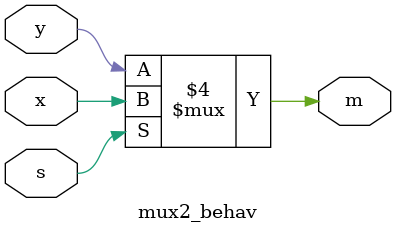
<source format=v>
module mux2_behav(
    input x,
    input y,
    input s,
    output reg m
    );
    always @ (x or y or s) 
    begin       
        if(s==0)             
             m=y;       
        else      
             m=x; 
    end 
endmodule

</source>
